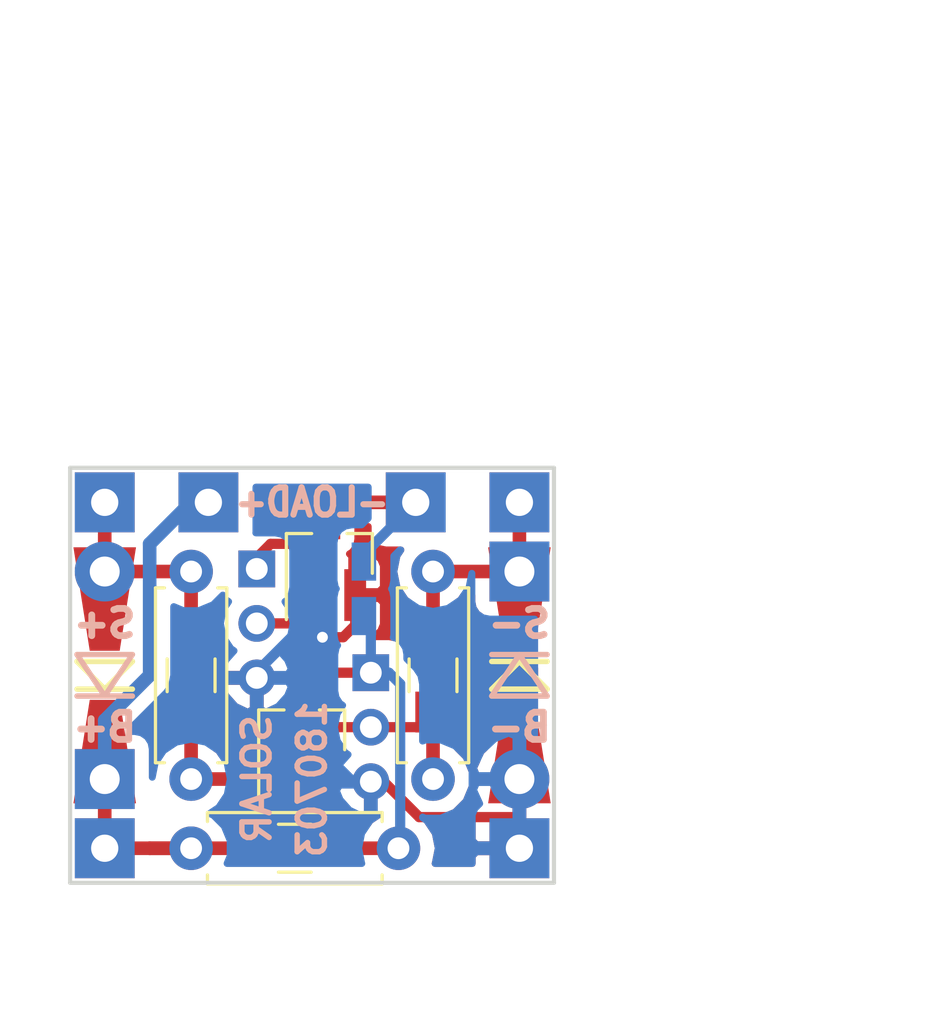
<source format=kicad_pcb>
(kicad_pcb (version 4) (host pcbnew 4.0.7)

  (general
    (links 33)
    (no_connects 0)
    (area 106.604999 90.094999 124.535001 105.485001)
    (thickness 1.6)
    (drawings 30)
    (tracks 75)
    (zones 0)
    (modules 21)
    (nets 8)
  )

  (page A4)
  (layers
    (0 F.Cu signal)
    (31 B.Cu signal)
    (32 B.Adhes user)
    (33 F.Adhes user)
    (34 B.Paste user hide)
    (35 F.Paste user hide)
    (36 B.SilkS user)
    (37 F.SilkS user)
    (38 B.Mask user hide)
    (39 F.Mask user hide)
    (40 Dwgs.User user)
    (41 Cmts.User user)
    (42 Eco1.User user)
    (43 Eco2.User user)
    (44 Edge.Cuts user)
    (45 Margin user)
    (46 B.CrtYd user hide)
    (47 F.CrtYd user hide)
    (48 B.Fab user hide)
    (49 F.Fab user hide)
  )

  (setup
    (last_trace_width 0.375)
    (user_trace_width 0.375)
    (user_trace_width 0.5)
    (trace_clearance 0.2)
    (zone_clearance 0.508)
    (zone_45_only no)
    (trace_min 0.2)
    (segment_width 0.2)
    (edge_width 0.15)
    (via_size 0.6)
    (via_drill 0.4)
    (via_min_size 0.4)
    (via_min_drill 0.3)
    (uvia_size 0.3)
    (uvia_drill 0.1)
    (uvias_allowed no)
    (uvia_min_size 0.2)
    (uvia_min_drill 0.1)
    (pcb_text_width 0.3)
    (pcb_text_size 1.5 1.5)
    (mod_edge_width 0.15)
    (mod_text_size 1 1)
    (mod_text_width 0.15)
    (pad_size 2.2 2.2)
    (pad_drill 1)
    (pad_to_mask_clearance 0.2)
    (aux_axis_origin 0 0)
    (visible_elements FFFEDF7F)
    (pcbplotparams
      (layerselection 0x00030_80000001)
      (usegerberextensions false)
      (excludeedgelayer true)
      (linewidth 0.100000)
      (plotframeref false)
      (viasonmask false)
      (mode 1)
      (useauxorigin false)
      (hpglpennumber 1)
      (hpglpenspeed 20)
      (hpglpendiameter 15)
      (hpglpenoverlay 2)
      (psnegative false)
      (psa4output false)
      (plotreference true)
      (plotvalue true)
      (plotinvisibletext false)
      (padsonsilk false)
      (subtractmaskfromsilk false)
      (outputformat 1)
      (mirror false)
      (drillshape 1)
      (scaleselection 1)
      (outputdirectory ""))
  )

  (net 0 "")
  (net 1 /BATTP)
  (net 2 /SOLARP)
  (net 3 /SOLARN)
  (net 4 GND)
  (net 5 /AMP)
  (net 6 /CTRL)
  (net 7 /LOADN)

  (net_class Default "This is the default net class."
    (clearance 0.2)
    (trace_width 0.25)
    (via_dia 0.6)
    (via_drill 0.4)
    (uvia_dia 0.3)
    (uvia_drill 0.1)
    (add_net /AMP)
    (add_net /BATTP)
    (add_net /CTRL)
    (add_net /LOADN)
    (add_net /SOLARN)
    (add_net /SOLARP)
    (add_net GND)
  )

  (module Diodes_SMD:D_SMA-SMB_Universal_Handsoldering (layer F.Cu) (tedit 5B3B9EEE) (tstamp 5B3B9088)
    (at 123.19 97.79 270)
    (descr "Diode, Universal, SMA (DO-214AC) or SMB (DO-214AA), Handsoldering,")
    (tags "Diode Universal SMA (DO-214AC) SMB (DO-214AA) Handsoldering ")
    (path /5B3BAED4)
    (attr smd)
    (fp_text reference D4 (at 0 -3 270) (layer F.SilkS) hide
      (effects (font (size 1 1) (thickness 0.15)))
    )
    (fp_text value DxSMD (at 0 3.1 270) (layer F.Fab)
      (effects (font (size 1 1) (thickness 0.15)))
    )
    (fp_text user %R (at 0 -3 270) (layer F.Fab)
      (effects (font (size 1 1) (thickness 0.15)))
    )
    (fp_line (start 2.3 1.5) (end -2.3 1.5) (layer F.Fab) (width 0.1))
    (fp_line (start -2.3 1.5) (end -2.3 -1.5) (layer F.Fab) (width 0.1))
    (fp_line (start 2.3 -1.5) (end 2.3 1.5) (layer F.Fab) (width 0.1))
    (fp_line (start 2.3 -1.5) (end -2.3 -1.5) (layer F.Fab) (width 0.1))
    (fp_line (start -4.95 -2.25) (end 4.95 -2.25) (layer F.CrtYd) (width 0.05))
    (fp_line (start 4.95 -2.25) (end 4.95 2.25) (layer F.CrtYd) (width 0.05))
    (fp_line (start 4.95 2.25) (end -4.95 2.25) (layer F.CrtYd) (width 0.05))
    (fp_line (start -4.95 2.25) (end -4.95 -2.25) (layer F.CrtYd) (width 0.05))
    (fp_line (start -0.64944 0.00102) (end -1.55114 0.00102) (layer F.Fab) (width 0.1))
    (fp_line (start 0.50118 0.00102) (end 1.4994 0.00102) (layer F.Fab) (width 0.1))
    (fp_line (start -0.64944 -0.79908) (end -0.64944 0.80112) (layer F.Fab) (width 0.1))
    (fp_line (start 0.50118 0.75032) (end 0.50118 -0.79908) (layer F.Fab) (width 0.1))
    (fp_line (start -0.64944 0.00102) (end 0.50118 0.75032) (layer F.Fab) (width 0.1))
    (fp_line (start -0.64944 0.00102) (end 0.50118 -0.79908) (layer F.Fab) (width 0.1))
    (pad 1 smd trapezoid (at -2.8 0 270) (size 3.8 1.7) (rect_delta 0.6 0 ) (layers F.Cu F.Paste F.Mask)
      (net 3 /SOLARN))
    (pad 2 smd trapezoid (at 2.8 0 90) (size 3.8 1.7) (rect_delta 0.6 0 ) (layers F.Cu F.Paste F.Mask)
      (net 4 GND))
    (model ${KISYS3DMOD}/Diodes_SMD.3dshapes/D_SMB.wrl
      (at (xyz 0 0 0))
      (scale (xyz 1 1 1))
      (rotate (xyz 0 0 0))
    )
  )

  (module Diodes_SMD:D_SMA-SMB_Universal_Handsoldering (layer F.Cu) (tedit 5B3B9EE7) (tstamp 5B3B9083)
    (at 107.95 97.79 90)
    (descr "Diode, Universal, SMA (DO-214AC) or SMB (DO-214AA), Handsoldering,")
    (tags "Diode Universal SMA (DO-214AC) SMB (DO-214AA) Handsoldering ")
    (path /5B3BB4D7)
    (attr smd)
    (fp_text reference D3 (at 0 -3 90) (layer F.SilkS) hide
      (effects (font (size 1 1) (thickness 0.15)))
    )
    (fp_text value DxSMD (at 0 3.1 90) (layer F.Fab)
      (effects (font (size 1 1) (thickness 0.15)))
    )
    (fp_text user %R (at 0 -3 90) (layer F.Fab)
      (effects (font (size 1 1) (thickness 0.15)))
    )
    (fp_line (start 2.3 1.5) (end -2.3 1.5) (layer F.Fab) (width 0.1))
    (fp_line (start -2.3 1.5) (end -2.3 -1.5) (layer F.Fab) (width 0.1))
    (fp_line (start 2.3 -1.5) (end 2.3 1.5) (layer F.Fab) (width 0.1))
    (fp_line (start 2.3 -1.5) (end -2.3 -1.5) (layer F.Fab) (width 0.1))
    (fp_line (start -4.95 -2.25) (end 4.95 -2.25) (layer F.CrtYd) (width 0.05))
    (fp_line (start 4.95 -2.25) (end 4.95 2.25) (layer F.CrtYd) (width 0.05))
    (fp_line (start 4.95 2.25) (end -4.95 2.25) (layer F.CrtYd) (width 0.05))
    (fp_line (start -4.95 2.25) (end -4.95 -2.25) (layer F.CrtYd) (width 0.05))
    (fp_line (start -0.64944 0.00102) (end -1.55114 0.00102) (layer F.Fab) (width 0.1))
    (fp_line (start 0.50118 0.00102) (end 1.4994 0.00102) (layer F.Fab) (width 0.1))
    (fp_line (start -0.64944 -0.79908) (end -0.64944 0.80112) (layer F.Fab) (width 0.1))
    (fp_line (start 0.50118 0.75032) (end 0.50118 -0.79908) (layer F.Fab) (width 0.1))
    (fp_line (start -0.64944 0.00102) (end 0.50118 0.75032) (layer F.Fab) (width 0.1))
    (fp_line (start -0.64944 0.00102) (end 0.50118 -0.79908) (layer F.Fab) (width 0.1))
    (pad 1 smd trapezoid (at -2.8 0 90) (size 3.8 1.7) (rect_delta 0.6 0 ) (layers F.Cu F.Paste F.Mask)
      (net 1 /BATTP))
    (pad 2 smd trapezoid (at 2.8 0 270) (size 3.8 1.7) (rect_delta 0.6 0 ) (layers F.Cu F.Paste F.Mask)
      (net 2 /SOLARP))
    (model ${KISYS3DMOD}/Diodes_SMD.3dshapes/D_SMB.wrl
      (at (xyz 0 0 0))
      (scale (xyz 1 1 1))
      (rotate (xyz 0 0 0))
    )
  )

  (module Diodes_ThroughHole:D_DO-41_SOD81_P7.62mm_Horizontal (layer F.Cu) (tedit 5B3B9EF1) (tstamp 5B3B88BF)
    (at 123.19 93.98 270)
    (descr "D, DO-41_SOD81 series, Axial, Horizontal, pin pitch=7.62mm, , length*diameter=5.2*2.7mm^2, , http://www.diodes.com/_files/packages/DO-41%20(Plastic).pdf")
    (tags "D DO-41_SOD81 series Axial Horizontal pin pitch 7.62mm  length 5.2mm diameter 2.7mm")
    (path /5B3B83FF)
    (fp_text reference D2 (at 3.81 -2.41 270) (layer F.SilkS) hide
      (effects (font (size 1 1) (thickness 0.15)))
    )
    (fp_text value 1N5817 (at 3.81 2.41 270) (layer F.Fab)
      (effects (font (size 1 1) (thickness 0.15)))
    )
    (fp_text user %R (at 3.81 0 270) (layer F.Fab)
      (effects (font (size 1 1) (thickness 0.15)))
    )
    (fp_line (start 1.21 -1.35) (end 1.21 1.35) (layer F.Fab) (width 0.1))
    (fp_line (start 1.21 1.35) (end 6.41 1.35) (layer F.Fab) (width 0.1))
    (fp_line (start 6.41 1.35) (end 6.41 -1.35) (layer F.Fab) (width 0.1))
    (fp_line (start 6.41 -1.35) (end 1.21 -1.35) (layer F.Fab) (width 0.1))
    (fp_line (start 0 0) (end 1.21 0) (layer F.Fab) (width 0.1))
    (fp_line (start 7.62 0) (end 6.41 0) (layer F.Fab) (width 0.1))
    (fp_line (start 1.99 -1.35) (end 1.99 1.35) (layer F.Fab) (width 0.1))
    (fp_line (start -1.35 -1.7) (end -1.35 1.7) (layer F.CrtYd) (width 0.05))
    (fp_line (start -1.35 1.7) (end 9 1.7) (layer F.CrtYd) (width 0.05))
    (fp_line (start 9 1.7) (end 9 -1.7) (layer F.CrtYd) (width 0.05))
    (fp_line (start 9 -1.7) (end -1.35 -1.7) (layer F.CrtYd) (width 0.05))
    (pad 1 thru_hole rect (at 0 0 270) (size 2.2 2.2) (drill 1.1) (layers *.Cu *.Mask)
      (net 3 /SOLARN))
    (pad 2 thru_hole oval (at 7.62 0 270) (size 2.2 2.2) (drill 1.1) (layers *.Cu *.Mask)
      (net 4 GND))
    (model ${KISYS3DMOD}/Diodes_THT.3dshapes/D_DO-41_SOD81_P7.62mm_Horizontal.wrl
      (at (xyz 0 0 0))
      (scale (xyz 0.393701 0.393701 0.393701))
      (rotate (xyz 0 0 0))
    )
  )

  (module Diodes_ThroughHole:D_DO-41_SOD81_P7.62mm_Horizontal (layer F.Cu) (tedit 5B3B9EEA) (tstamp 5B3B88B9)
    (at 107.95 101.6 90)
    (descr "D, DO-41_SOD81 series, Axial, Horizontal, pin pitch=7.62mm, , length*diameter=5.2*2.7mm^2, , http://www.diodes.com/_files/packages/DO-41%20(Plastic).pdf")
    (tags "D DO-41_SOD81 series Axial Horizontal pin pitch 7.62mm  length 5.2mm diameter 2.7mm")
    (path /5B3B82CB)
    (fp_text reference D1 (at 3.81 -2.41 90) (layer F.SilkS) hide
      (effects (font (size 1 1) (thickness 0.15)))
    )
    (fp_text value 1N5817 (at 3.81 2.41 90) (layer F.Fab)
      (effects (font (size 1 1) (thickness 0.15)))
    )
    (fp_text user %R (at 3.81 0 90) (layer F.Fab)
      (effects (font (size 1 1) (thickness 0.15)))
    )
    (fp_line (start 1.21 -1.35) (end 1.21 1.35) (layer F.Fab) (width 0.1))
    (fp_line (start 1.21 1.35) (end 6.41 1.35) (layer F.Fab) (width 0.1))
    (fp_line (start 6.41 1.35) (end 6.41 -1.35) (layer F.Fab) (width 0.1))
    (fp_line (start 6.41 -1.35) (end 1.21 -1.35) (layer F.Fab) (width 0.1))
    (fp_line (start 0 0) (end 1.21 0) (layer F.Fab) (width 0.1))
    (fp_line (start 7.62 0) (end 6.41 0) (layer F.Fab) (width 0.1))
    (fp_line (start 1.99 -1.35) (end 1.99 1.35) (layer F.Fab) (width 0.1))
    (fp_line (start -1.35 -1.7) (end -1.35 1.7) (layer F.CrtYd) (width 0.05))
    (fp_line (start -1.35 1.7) (end 9 1.7) (layer F.CrtYd) (width 0.05))
    (fp_line (start 9 1.7) (end 9 -1.7) (layer F.CrtYd) (width 0.05))
    (fp_line (start 9 -1.7) (end -1.35 -1.7) (layer F.CrtYd) (width 0.05))
    (pad 1 thru_hole rect (at 0 0 90) (size 2.2 2.2) (drill 1.1) (layers *.Cu *.Mask)
      (net 1 /BATTP))
    (pad 2 thru_hole oval (at 7.62 0 90) (size 2.2 2.2) (drill 1.1) (layers *.Cu *.Mask)
      (net 2 /SOLARP))
    (model ${KISYS3DMOD}/Diodes_THT.3dshapes/D_DO-41_SOD81_P7.62mm_Horizontal.wrl
      (at (xyz 0 0 0))
      (scale (xyz 0.393701 0.393701 0.393701))
      (rotate (xyz 0 0 0))
    )
  )

  (module Pin_Headers:Pin_Header_Straight_1x03_Pitch2.00mm (layer F.Cu) (tedit 5B3B9F19) (tstamp 5B3B88C6)
    (at 117.729 97.695)
    (descr "Through hole straight pin header, 1x03, 2.00mm pitch, single row")
    (tags "Through hole pin header THT 1x03 2.00mm single row")
    (path /5B3B8802)
    (fp_text reference J1 (at 0 -2.06) (layer F.SilkS) hide
      (effects (font (size 1 1) (thickness 0.15)))
    )
    (fp_text value Q1TO92 (at 0 6.06) (layer F.Fab)
      (effects (font (size 1 1) (thickness 0.15)))
    )
    (fp_line (start -0.5 -1) (end 1 -1) (layer F.Fab) (width 0.1))
    (fp_line (start 1 -1) (end 1 5) (layer F.Fab) (width 0.1))
    (fp_line (start 1 5) (end -1 5) (layer F.Fab) (width 0.1))
    (fp_line (start -1 5) (end -1 -0.5) (layer F.Fab) (width 0.1))
    (fp_line (start -1 -0.5) (end -0.5 -1) (layer F.Fab) (width 0.1))
    (fp_line (start -1.5 -1.5) (end -1.5 5.5) (layer F.CrtYd) (width 0.05))
    (fp_line (start -1.5 5.5) (end 1.5 5.5) (layer F.CrtYd) (width 0.05))
    (fp_line (start 1.5 5.5) (end 1.5 -1.5) (layer F.CrtYd) (width 0.05))
    (fp_line (start 1.5 -1.5) (end -1.5 -1.5) (layer F.CrtYd) (width 0.05))
    (fp_text user %R (at 0 2 90) (layer F.Fab)
      (effects (font (size 1 1) (thickness 0.15)))
    )
    (pad 1 thru_hole rect (at 0 0) (size 1.35 1.35) (drill 0.8) (layers *.Cu *.Mask)
      (net 5 /AMP))
    (pad 2 thru_hole oval (at 0 2) (size 1.35 1.35) (drill 0.8) (layers *.Cu *.Mask)
      (net 6 /CTRL))
    (pad 3 thru_hole oval (at 0 4) (size 1.35 1.35) (drill 0.8) (layers *.Cu *.Mask)
      (net 4 GND))
    (model ${KISYS3DMOD}/Pin_Headers.3dshapes/Pin_Header_Straight_1x03_Pitch2.00mm.wrl
      (at (xyz 0 0 0))
      (scale (xyz 1 1 1))
      (rotate (xyz 0 0 0))
    )
  )

  (module Pin_Headers:Pin_Header_Straight_1x03_Pitch2.00mm (layer F.Cu) (tedit 5B3B9F14) (tstamp 5B3B8FC6)
    (at 113.538 93.885)
    (descr "Through hole straight pin header, 1x03, 2.00mm pitch, single row")
    (tags "Through hole pin header THT 1x03 2.00mm single row")
    (path /5B3BA396)
    (fp_text reference J8 (at 0 -2.06) (layer F.SilkS) hide
      (effects (font (size 1 1) (thickness 0.15)))
    )
    (fp_text value Q2TO92 (at 0 6.06) (layer F.Fab)
      (effects (font (size 1 1) (thickness 0.15)))
    )
    (fp_line (start -0.5 -1) (end 1 -1) (layer F.Fab) (width 0.1))
    (fp_line (start 1 -1) (end 1 5) (layer F.Fab) (width 0.1))
    (fp_line (start 1 5) (end -1 5) (layer F.Fab) (width 0.1))
    (fp_line (start -1 5) (end -1 -0.5) (layer F.Fab) (width 0.1))
    (fp_line (start -1 -0.5) (end -0.5 -1) (layer F.Fab) (width 0.1))
    (fp_line (start -1.5 -1.5) (end -1.5 5.5) (layer F.CrtYd) (width 0.05))
    (fp_line (start -1.5 5.5) (end 1.5 5.5) (layer F.CrtYd) (width 0.05))
    (fp_line (start 1.5 5.5) (end 1.5 -1.5) (layer F.CrtYd) (width 0.05))
    (fp_line (start 1.5 -1.5) (end -1.5 -1.5) (layer F.CrtYd) (width 0.05))
    (fp_text user %R (at 0 2 90) (layer F.Fab)
      (effects (font (size 1 1) (thickness 0.15)))
    )
    (pad 1 thru_hole rect (at 0 0) (size 1.35 1.35) (drill 0.8) (layers *.Cu *.Mask)
      (net 7 /LOADN))
    (pad 2 thru_hole oval (at 0 2) (size 1.35 1.35) (drill 0.8) (layers *.Cu *.Mask)
      (net 5 /AMP))
    (pad 3 thru_hole oval (at 0 4) (size 1.35 1.35) (drill 0.8) (layers *.Cu *.Mask)
      (net 4 GND))
    (model ${KISYS3DMOD}/Pin_Headers.3dshapes/Pin_Header_Straight_1x03_Pitch2.00mm.wrl
      (at (xyz 0 0 0))
      (scale (xyz 1 1 1))
      (rotate (xyz 0 0 0))
    )
  )

  (module Pin_Headers:Pin_Header_Straight_1x01_Pitch2.54mm (layer F.Cu) (tedit 5B3B9F9B) (tstamp 5B3B88D0)
    (at 123.19 104.14)
    (descr "Through hole straight pin header, 1x01, 2.54mm pitch, single row")
    (tags "Through hole pin header THT 1x01 2.54mm single row")
    (path /5B3B937A)
    (fp_text reference J3 (at 0 -2.33) (layer F.SilkS) hide
      (effects (font (size 1 1) (thickness 0.15)))
    )
    (fp_text value Pad (at 0 2.33) (layer F.Fab)
      (effects (font (size 1 1) (thickness 0.15)))
    )
    (fp_line (start -0.635 -1.27) (end 1.27 -1.27) (layer F.Fab) (width 0.1))
    (fp_line (start 1.27 -1.27) (end 1.27 1.27) (layer F.Fab) (width 0.1))
    (fp_line (start 1.27 1.27) (end -1.27 1.27) (layer F.Fab) (width 0.1))
    (fp_line (start -1.27 1.27) (end -1.27 -0.635) (layer F.Fab) (width 0.1))
    (fp_line (start -1.27 -0.635) (end -0.635 -1.27) (layer F.Fab) (width 0.1))
    (fp_line (start -1.8 -1.8) (end -1.8 1.8) (layer F.CrtYd) (width 0.05))
    (fp_line (start -1.8 1.8) (end 1.8 1.8) (layer F.CrtYd) (width 0.05))
    (fp_line (start 1.8 1.8) (end 1.8 -1.8) (layer F.CrtYd) (width 0.05))
    (fp_line (start 1.8 -1.8) (end -1.8 -1.8) (layer F.CrtYd) (width 0.05))
    (fp_text user %R (at 0 0 90) (layer F.Fab)
      (effects (font (size 1 1) (thickness 0.15)))
    )
    (pad 1 thru_hole rect (at 0 0) (size 2.2 2.2) (drill 1) (layers *.Cu *.Mask)
      (net 4 GND))
    (model ${KISYS3DMOD}/Pin_Headers.3dshapes/Pin_Header_Straight_1x01_Pitch2.54mm.wrl
      (at (xyz 0 0 0))
      (scale (xyz 1 1 1))
      (rotate (xyz 0 0 0))
    )
  )

  (module Pin_Headers:Pin_Header_Straight_1x01_Pitch2.54mm (layer F.Cu) (tedit 5B3B9F90) (tstamp 5B3B88CB)
    (at 107.95 104.14)
    (descr "Through hole straight pin header, 1x01, 2.54mm pitch, single row")
    (tags "Through hole pin header THT 1x01 2.54mm single row")
    (path /5B3B90A8)
    (fp_text reference J2 (at 0 -2.33) (layer F.SilkS) hide
      (effects (font (size 1 1) (thickness 0.15)))
    )
    (fp_text value Pad (at 0 2.33) (layer F.Fab)
      (effects (font (size 1 1) (thickness 0.15)))
    )
    (fp_line (start -0.635 -1.27) (end 1.27 -1.27) (layer F.Fab) (width 0.1))
    (fp_line (start 1.27 -1.27) (end 1.27 1.27) (layer F.Fab) (width 0.1))
    (fp_line (start 1.27 1.27) (end -1.27 1.27) (layer F.Fab) (width 0.1))
    (fp_line (start -1.27 1.27) (end -1.27 -0.635) (layer F.Fab) (width 0.1))
    (fp_line (start -1.27 -0.635) (end -0.635 -1.27) (layer F.Fab) (width 0.1))
    (fp_line (start -1.8 -1.8) (end -1.8 1.8) (layer F.CrtYd) (width 0.05))
    (fp_line (start -1.8 1.8) (end 1.8 1.8) (layer F.CrtYd) (width 0.05))
    (fp_line (start 1.8 1.8) (end 1.8 -1.8) (layer F.CrtYd) (width 0.05))
    (fp_line (start 1.8 -1.8) (end -1.8 -1.8) (layer F.CrtYd) (width 0.05))
    (fp_text user %R (at 0 0 90) (layer F.Fab)
      (effects (font (size 1 1) (thickness 0.15)))
    )
    (pad 1 thru_hole rect (at 0 0) (size 2.2 2.2) (drill 1) (layers *.Cu *.Mask)
      (net 1 /BATTP))
    (model ${KISYS3DMOD}/Pin_Headers.3dshapes/Pin_Header_Straight_1x01_Pitch2.54mm.wrl
      (at (xyz 0 0 0))
      (scale (xyz 1 1 1))
      (rotate (xyz 0 0 0))
    )
  )

  (module Pin_Headers:Pin_Header_Straight_1x01_Pitch2.54mm (layer F.Cu) (tedit 5B3B9EE3) (tstamp 5B3B88E4)
    (at 123.19 91.44)
    (descr "Through hole straight pin header, 1x01, 2.54mm pitch, single row")
    (tags "Through hole pin header THT 1x01 2.54mm single row")
    (path /5B3B9661)
    (fp_text reference J7 (at 0 -2.33) (layer F.SilkS) hide
      (effects (font (size 1 1) (thickness 0.15)))
    )
    (fp_text value Pad (at 0 2.33) (layer F.Fab)
      (effects (font (size 1 1) (thickness 0.15)))
    )
    (fp_line (start -0.635 -1.27) (end 1.27 -1.27) (layer F.Fab) (width 0.1))
    (fp_line (start 1.27 -1.27) (end 1.27 1.27) (layer F.Fab) (width 0.1))
    (fp_line (start 1.27 1.27) (end -1.27 1.27) (layer F.Fab) (width 0.1))
    (fp_line (start -1.27 1.27) (end -1.27 -0.635) (layer F.Fab) (width 0.1))
    (fp_line (start -1.27 -0.635) (end -0.635 -1.27) (layer F.Fab) (width 0.1))
    (fp_line (start -1.8 -1.8) (end -1.8 1.8) (layer F.CrtYd) (width 0.05))
    (fp_line (start -1.8 1.8) (end 1.8 1.8) (layer F.CrtYd) (width 0.05))
    (fp_line (start 1.8 1.8) (end 1.8 -1.8) (layer F.CrtYd) (width 0.05))
    (fp_line (start 1.8 -1.8) (end -1.8 -1.8) (layer F.CrtYd) (width 0.05))
    (fp_text user %R (at 0 0 90) (layer F.Fab)
      (effects (font (size 1 1) (thickness 0.15)))
    )
    (pad 1 thru_hole rect (at 0 0) (size 2.2 2.2) (drill 1) (layers *.Cu *.Mask)
      (net 3 /SOLARN))
    (model ${KISYS3DMOD}/Pin_Headers.3dshapes/Pin_Header_Straight_1x01_Pitch2.54mm.wrl
      (at (xyz 0 0 0))
      (scale (xyz 1 1 1))
      (rotate (xyz 0 0 0))
    )
  )

  (module Pin_Headers:Pin_Header_Straight_1x01_Pitch2.54mm (layer F.Cu) (tedit 5B3B9EDE) (tstamp 5B3B88DF)
    (at 119.38 91.44)
    (descr "Through hole straight pin header, 1x01, 2.54mm pitch, single row")
    (tags "Through hole pin header THT 1x01 2.54mm single row")
    (path /5B3B9E90)
    (fp_text reference J6 (at 0 -2.33) (layer F.SilkS) hide
      (effects (font (size 1 1) (thickness 0.15)))
    )
    (fp_text value Pad (at 0 2.33) (layer F.Fab)
      (effects (font (size 1 1) (thickness 0.15)))
    )
    (fp_line (start -0.635 -1.27) (end 1.27 -1.27) (layer F.Fab) (width 0.1))
    (fp_line (start 1.27 -1.27) (end 1.27 1.27) (layer F.Fab) (width 0.1))
    (fp_line (start 1.27 1.27) (end -1.27 1.27) (layer F.Fab) (width 0.1))
    (fp_line (start -1.27 1.27) (end -1.27 -0.635) (layer F.Fab) (width 0.1))
    (fp_line (start -1.27 -0.635) (end -0.635 -1.27) (layer F.Fab) (width 0.1))
    (fp_line (start -1.8 -1.8) (end -1.8 1.8) (layer F.CrtYd) (width 0.05))
    (fp_line (start -1.8 1.8) (end 1.8 1.8) (layer F.CrtYd) (width 0.05))
    (fp_line (start 1.8 1.8) (end 1.8 -1.8) (layer F.CrtYd) (width 0.05))
    (fp_line (start 1.8 -1.8) (end -1.8 -1.8) (layer F.CrtYd) (width 0.05))
    (fp_text user %R (at 0 0 90) (layer F.Fab)
      (effects (font (size 1 1) (thickness 0.15)))
    )
    (pad 1 thru_hole rect (at 0 0) (size 2.2 2.2) (drill 1) (layers *.Cu *.Mask)
      (net 7 /LOADN))
    (model ${KISYS3DMOD}/Pin_Headers.3dshapes/Pin_Header_Straight_1x01_Pitch2.54mm.wrl
      (at (xyz 0 0 0))
      (scale (xyz 1 1 1))
      (rotate (xyz 0 0 0))
    )
  )

  (module Pin_Headers:Pin_Header_Straight_1x01_Pitch2.54mm (layer F.Cu) (tedit 5B3B9EDB) (tstamp 5B3B88DA)
    (at 111.76 91.44)
    (descr "Through hole straight pin header, 1x01, 2.54mm pitch, single row")
    (tags "Through hole pin header THT 1x01 2.54mm single row")
    (path /5B3B97D7)
    (fp_text reference J5 (at 0 -2.33) (layer F.SilkS) hide
      (effects (font (size 1 1) (thickness 0.15)))
    )
    (fp_text value Pad (at 0 2.33) (layer F.Fab)
      (effects (font (size 1 1) (thickness 0.15)))
    )
    (fp_line (start -0.635 -1.27) (end 1.27 -1.27) (layer F.Fab) (width 0.1))
    (fp_line (start 1.27 -1.27) (end 1.27 1.27) (layer F.Fab) (width 0.1))
    (fp_line (start 1.27 1.27) (end -1.27 1.27) (layer F.Fab) (width 0.1))
    (fp_line (start -1.27 1.27) (end -1.27 -0.635) (layer F.Fab) (width 0.1))
    (fp_line (start -1.27 -0.635) (end -0.635 -1.27) (layer F.Fab) (width 0.1))
    (fp_line (start -1.8 -1.8) (end -1.8 1.8) (layer F.CrtYd) (width 0.05))
    (fp_line (start -1.8 1.8) (end 1.8 1.8) (layer F.CrtYd) (width 0.05))
    (fp_line (start 1.8 1.8) (end 1.8 -1.8) (layer F.CrtYd) (width 0.05))
    (fp_line (start 1.8 -1.8) (end -1.8 -1.8) (layer F.CrtYd) (width 0.05))
    (fp_text user %R (at 0 0 90) (layer F.Fab)
      (effects (font (size 1 1) (thickness 0.15)))
    )
    (pad 1 thru_hole rect (at 0 0) (size 2.2 2.2) (drill 1) (layers *.Cu *.Mask)
      (net 1 /BATTP))
    (model ${KISYS3DMOD}/Pin_Headers.3dshapes/Pin_Header_Straight_1x01_Pitch2.54mm.wrl
      (at (xyz 0 0 0))
      (scale (xyz 1 1 1))
      (rotate (xyz 0 0 0))
    )
  )

  (module Resistors_SMD:R_0603_HandSoldering (layer B.Cu) (tedit 5B3B9FA7) (tstamp 5B3B8FC7)
    (at 117.475 94.615 270)
    (descr "Resistor SMD 0603, hand soldering")
    (tags "resistor 0603")
    (path /5B3B8CA0)
    (attr smd)
    (fp_text reference JP1 (at 0 1.7 270) (layer B.SilkS) hide
      (effects (font (size 1 1) (thickness 0.15)) (justify mirror))
    )
    (fp_text value - (at 0 -1.55 270) (layer B.Fab)
      (effects (font (size 1 1) (thickness 0.15)) (justify mirror))
    )
    (fp_text user %R (at 0 0 270) (layer B.Fab)
      (effects (font (size 0.4 0.4) (thickness 0.075)) (justify mirror))
    )
    (fp_line (start -0.8 -0.4) (end -0.8 0.4) (layer B.Fab) (width 0.1))
    (fp_line (start 0.8 -0.4) (end -0.8 -0.4) (layer B.Fab) (width 0.1))
    (fp_line (start 0.8 0.4) (end 0.8 -0.4) (layer B.Fab) (width 0.1))
    (fp_line (start -0.8 0.4) (end 0.8 0.4) (layer B.Fab) (width 0.1))
    (fp_line (start -1.96 0.7) (end 1.95 0.7) (layer B.CrtYd) (width 0.05))
    (fp_line (start -1.96 0.7) (end -1.96 -0.7) (layer B.CrtYd) (width 0.05))
    (fp_line (start 1.95 -0.7) (end 1.95 0.7) (layer B.CrtYd) (width 0.05))
    (fp_line (start 1.95 -0.7) (end -1.96 -0.7) (layer B.CrtYd) (width 0.05))
    (pad 1 smd rect (at -1 0 270) (size 1.4 0.9) (layers B.Cu B.Paste B.Mask)
      (net 7 /LOADN))
    (pad 2 smd rect (at 1 0 270) (size 1.4 0.9) (layers B.Cu B.Paste B.Mask)
      (net 5 /AMP))
    (model ${KISYS3DMOD}/Resistors_SMD.3dshapes/R_0603.wrl
      (at (xyz 0 0 0))
      (scale (xyz 1 1 1))
      (rotate (xyz 0 0 0))
    )
  )

  (module Pin_Headers:Pin_Header_Straight_1x01_Pitch2.54mm (layer F.Cu) (tedit 5B3B9ED6) (tstamp 5B3B88D5)
    (at 107.95 91.44)
    (descr "Through hole straight pin header, 1x01, 2.54mm pitch, single row")
    (tags "Through hole pin header THT 1x01 2.54mm single row")
    (path /5B3B9553)
    (fp_text reference J4 (at 0 -2.33) (layer F.SilkS) hide
      (effects (font (size 1 1) (thickness 0.15)))
    )
    (fp_text value Pad (at 0 2.33) (layer F.Fab)
      (effects (font (size 1 1) (thickness 0.15)))
    )
    (fp_line (start -0.635 -1.27) (end 1.27 -1.27) (layer F.Fab) (width 0.1))
    (fp_line (start 1.27 -1.27) (end 1.27 1.27) (layer F.Fab) (width 0.1))
    (fp_line (start 1.27 1.27) (end -1.27 1.27) (layer F.Fab) (width 0.1))
    (fp_line (start -1.27 1.27) (end -1.27 -0.635) (layer F.Fab) (width 0.1))
    (fp_line (start -1.27 -0.635) (end -0.635 -1.27) (layer F.Fab) (width 0.1))
    (fp_line (start -1.8 -1.8) (end -1.8 1.8) (layer F.CrtYd) (width 0.05))
    (fp_line (start -1.8 1.8) (end 1.8 1.8) (layer F.CrtYd) (width 0.05))
    (fp_line (start 1.8 1.8) (end 1.8 -1.8) (layer F.CrtYd) (width 0.05))
    (fp_line (start 1.8 -1.8) (end -1.8 -1.8) (layer F.CrtYd) (width 0.05))
    (fp_text user %R (at 0 0 90) (layer F.Fab)
      (effects (font (size 1 1) (thickness 0.15)))
    )
    (pad 1 thru_hole rect (at 0 0) (size 2.2 2.2) (drill 1) (layers *.Cu *.Mask)
      (net 2 /SOLARP))
    (model ${KISYS3DMOD}/Pin_Headers.3dshapes/Pin_Header_Straight_1x01_Pitch2.54mm.wrl
      (at (xyz 0 0 0))
      (scale (xyz 1 1 1))
      (rotate (xyz 0 0 0))
    )
  )

  (module TO_SOT_Packages_SMD:SOT-23_Handsoldering (layer F.Cu) (tedit 5B3B9EFC) (tstamp 5B3B88F1)
    (at 115.189 99.822 90)
    (descr "SOT-23, Handsoldering")
    (tags SOT-23)
    (path /5B3B7F3A)
    (attr smd)
    (fp_text reference Q1 (at 0 -2.5 90) (layer F.SilkS) hide
      (effects (font (size 1 1) (thickness 0.15)))
    )
    (fp_text value AO3400 (at 0 2.5 90) (layer F.Fab)
      (effects (font (size 1 1) (thickness 0.15)))
    )
    (fp_text user %R (at 0 0 180) (layer F.Fab)
      (effects (font (size 0.5 0.5) (thickness 0.075)))
    )
    (fp_line (start 0.76 1.58) (end 0.76 0.65) (layer F.SilkS) (width 0.12))
    (fp_line (start 0.76 -1.58) (end 0.76 -0.65) (layer F.SilkS) (width 0.12))
    (fp_line (start -2.7 -1.75) (end 2.7 -1.75) (layer F.CrtYd) (width 0.05))
    (fp_line (start 2.7 -1.75) (end 2.7 1.75) (layer F.CrtYd) (width 0.05))
    (fp_line (start 2.7 1.75) (end -2.7 1.75) (layer F.CrtYd) (width 0.05))
    (fp_line (start -2.7 1.75) (end -2.7 -1.75) (layer F.CrtYd) (width 0.05))
    (fp_line (start 0.76 -1.58) (end -2.4 -1.58) (layer F.SilkS) (width 0.12))
    (fp_line (start -0.7 -0.95) (end -0.7 1.5) (layer F.Fab) (width 0.1))
    (fp_line (start -0.15 -1.52) (end 0.7 -1.52) (layer F.Fab) (width 0.1))
    (fp_line (start -0.7 -0.95) (end -0.15 -1.52) (layer F.Fab) (width 0.1))
    (fp_line (start 0.7 -1.52) (end 0.7 1.52) (layer F.Fab) (width 0.1))
    (fp_line (start -0.7 1.52) (end 0.7 1.52) (layer F.Fab) (width 0.1))
    (fp_line (start 0.76 1.58) (end -0.7 1.58) (layer F.SilkS) (width 0.12))
    (pad 1 smd rect (at -1.5 -0.95 90) (size 1.9 0.8) (layers F.Cu F.Paste F.Mask)
      (net 6 /CTRL))
    (pad 2 smd rect (at -1.5 0.95 90) (size 1.9 0.8) (layers F.Cu F.Paste F.Mask)
      (net 4 GND))
    (pad 3 smd rect (at 1.5 0 90) (size 1.9 0.8) (layers F.Cu F.Paste F.Mask)
      (net 5 /AMP))
    (model ${KISYS3DMOD}/TO_SOT_Packages_SMD.3dshapes\SOT-23.wrl
      (at (xyz 0 0 0))
      (scale (xyz 1 1 1))
      (rotate (xyz 0 0 0))
    )
  )

  (module TO_SOT_Packages_SMD:SOT-23_Handsoldering (layer F.Cu) (tedit 5B3B9F11) (tstamp 5B3B88F8)
    (at 116.205 93.345 90)
    (descr "SOT-23, Handsoldering")
    (tags SOT-23)
    (path /5B3B7FC8)
    (attr smd)
    (fp_text reference Q2 (at 0 -2.5 90) (layer F.SilkS) hide
      (effects (font (size 1 1) (thickness 0.15)))
    )
    (fp_text value AO3400 (at 0 2.5 90) (layer F.Fab)
      (effects (font (size 1 1) (thickness 0.15)))
    )
    (fp_text user %R (at 0 0 180) (layer F.Fab)
      (effects (font (size 0.5 0.5) (thickness 0.075)))
    )
    (fp_line (start 0.76 1.58) (end 0.76 0.65) (layer F.SilkS) (width 0.12))
    (fp_line (start 0.76 -1.58) (end 0.76 -0.65) (layer F.SilkS) (width 0.12))
    (fp_line (start -2.7 -1.75) (end 2.7 -1.75) (layer F.CrtYd) (width 0.05))
    (fp_line (start 2.7 -1.75) (end 2.7 1.75) (layer F.CrtYd) (width 0.05))
    (fp_line (start 2.7 1.75) (end -2.7 1.75) (layer F.CrtYd) (width 0.05))
    (fp_line (start -2.7 1.75) (end -2.7 -1.75) (layer F.CrtYd) (width 0.05))
    (fp_line (start 0.76 -1.58) (end -2.4 -1.58) (layer F.SilkS) (width 0.12))
    (fp_line (start -0.7 -0.95) (end -0.7 1.5) (layer F.Fab) (width 0.1))
    (fp_line (start -0.15 -1.52) (end 0.7 -1.52) (layer F.Fab) (width 0.1))
    (fp_line (start -0.7 -0.95) (end -0.15 -1.52) (layer F.Fab) (width 0.1))
    (fp_line (start 0.7 -1.52) (end 0.7 1.52) (layer F.Fab) (width 0.1))
    (fp_line (start -0.7 1.52) (end 0.7 1.52) (layer F.Fab) (width 0.1))
    (fp_line (start 0.76 1.58) (end -0.7 1.58) (layer F.SilkS) (width 0.12))
    (pad 1 smd rect (at -1.5 -0.95 90) (size 1.9 0.8) (layers F.Cu F.Paste F.Mask)
      (net 5 /AMP))
    (pad 2 smd rect (at -1.5 0.95 90) (size 1.9 0.8) (layers F.Cu F.Paste F.Mask)
      (net 4 GND))
    (pad 3 smd rect (at 1.5 0 90) (size 1.9 0.8) (layers F.Cu F.Paste F.Mask)
      (net 7 /LOADN))
    (model ${KISYS3DMOD}/TO_SOT_Packages_SMD.3dshapes\SOT-23.wrl
      (at (xyz 0 0 0))
      (scale (xyz 1 1 1))
      (rotate (xyz 0 0 0))
    )
  )

  (module Resistors_ThroughHole:R_Axial_DIN0207_L6.3mm_D2.5mm_P7.62mm_Horizontal (layer F.Cu) (tedit 5B3B9F03) (tstamp 5B3B89CD)
    (at 111.125 93.98 270)
    (descr "Resistor, Axial_DIN0207 series, Axial, Horizontal, pin pitch=7.62mm, 0.25W = 1/4W, length*diameter=6.3*2.5mm^2, http://cdn-reichelt.de/documents/datenblatt/B400/1_4W%23YAG.pdf")
    (tags "Resistor Axial_DIN0207 series Axial Horizontal pin pitch 7.62mm 0.25W = 1/4W length 6.3mm diameter 2.5mm")
    (path /5B3B84EB)
    (fp_text reference R1 (at 3.81 -2.31 270) (layer F.SilkS) hide
      (effects (font (size 1 1) (thickness 0.15)))
    )
    (fp_text value - (at 3.81 2.31 270) (layer F.Fab)
      (effects (font (size 1 1) (thickness 0.15)))
    )
    (fp_line (start 0.66 -1.25) (end 0.66 1.25) (layer F.Fab) (width 0.1))
    (fp_line (start 0.66 1.25) (end 6.96 1.25) (layer F.Fab) (width 0.1))
    (fp_line (start 6.96 1.25) (end 6.96 -1.25) (layer F.Fab) (width 0.1))
    (fp_line (start 6.96 -1.25) (end 0.66 -1.25) (layer F.Fab) (width 0.1))
    (fp_line (start 0 0) (end 0.66 0) (layer F.Fab) (width 0.1))
    (fp_line (start 7.62 0) (end 6.96 0) (layer F.Fab) (width 0.1))
    (fp_line (start 0.6 -0.98) (end 0.6 -1.31) (layer F.SilkS) (width 0.12))
    (fp_line (start 0.6 -1.31) (end 7.02 -1.31) (layer F.SilkS) (width 0.12))
    (fp_line (start 7.02 -1.31) (end 7.02 -0.98) (layer F.SilkS) (width 0.12))
    (fp_line (start 0.6 0.98) (end 0.6 1.31) (layer F.SilkS) (width 0.12))
    (fp_line (start 0.6 1.31) (end 7.02 1.31) (layer F.SilkS) (width 0.12))
    (fp_line (start 7.02 1.31) (end 7.02 0.98) (layer F.SilkS) (width 0.12))
    (fp_line (start -1.05 -1.6) (end -1.05 1.6) (layer F.CrtYd) (width 0.05))
    (fp_line (start -1.05 1.6) (end 8.7 1.6) (layer F.CrtYd) (width 0.05))
    (fp_line (start 8.7 1.6) (end 8.7 -1.6) (layer F.CrtYd) (width 0.05))
    (fp_line (start 8.7 -1.6) (end -1.05 -1.6) (layer F.CrtYd) (width 0.05))
    (pad 1 thru_hole circle (at 0 0 270) (size 1.6 1.6) (drill 0.8) (layers *.Cu *.Mask)
      (net 2 /SOLARP))
    (pad 2 thru_hole oval (at 7.62 0 270) (size 1.6 1.6) (drill 0.8) (layers *.Cu *.Mask)
      (net 6 /CTRL))
    (model ${KISYS3DMOD}/Resistors_THT.3dshapes/R_Axial_DIN0207_L6.3mm_D2.5mm_P7.62mm_Horizontal.wrl
      (at (xyz 0 0 0))
      (scale (xyz 0.393701 0.393701 0.393701))
      (rotate (xyz 0 0 0))
    )
  )

  (module Resistors_ThroughHole:R_Axial_DIN0207_L6.3mm_D2.5mm_P7.62mm_Horizontal (layer F.Cu) (tedit 5B3B9F0A) (tstamp 5B3B89D2)
    (at 120.015 101.6 90)
    (descr "Resistor, Axial_DIN0207 series, Axial, Horizontal, pin pitch=7.62mm, 0.25W = 1/4W, length*diameter=6.3*2.5mm^2, http://cdn-reichelt.de/documents/datenblatt/B400/1_4W%23YAG.pdf")
    (tags "Resistor Axial_DIN0207 series Axial Horizontal pin pitch 7.62mm 0.25W = 1/4W length 6.3mm diameter 2.5mm")
    (path /5B3B8563)
    (fp_text reference R2 (at 3.81 -2.31 90) (layer F.SilkS) hide
      (effects (font (size 1 1) (thickness 0.15)))
    )
    (fp_text value - (at 3.81 2.31 90) (layer F.Fab)
      (effects (font (size 1 1) (thickness 0.15)))
    )
    (fp_line (start 0.66 -1.25) (end 0.66 1.25) (layer F.Fab) (width 0.1))
    (fp_line (start 0.66 1.25) (end 6.96 1.25) (layer F.Fab) (width 0.1))
    (fp_line (start 6.96 1.25) (end 6.96 -1.25) (layer F.Fab) (width 0.1))
    (fp_line (start 6.96 -1.25) (end 0.66 -1.25) (layer F.Fab) (width 0.1))
    (fp_line (start 0 0) (end 0.66 0) (layer F.Fab) (width 0.1))
    (fp_line (start 7.62 0) (end 6.96 0) (layer F.Fab) (width 0.1))
    (fp_line (start 0.6 -0.98) (end 0.6 -1.31) (layer F.SilkS) (width 0.12))
    (fp_line (start 0.6 -1.31) (end 7.02 -1.31) (layer F.SilkS) (width 0.12))
    (fp_line (start 7.02 -1.31) (end 7.02 -0.98) (layer F.SilkS) (width 0.12))
    (fp_line (start 0.6 0.98) (end 0.6 1.31) (layer F.SilkS) (width 0.12))
    (fp_line (start 0.6 1.31) (end 7.02 1.31) (layer F.SilkS) (width 0.12))
    (fp_line (start 7.02 1.31) (end 7.02 0.98) (layer F.SilkS) (width 0.12))
    (fp_line (start -1.05 -1.6) (end -1.05 1.6) (layer F.CrtYd) (width 0.05))
    (fp_line (start -1.05 1.6) (end 8.7 1.6) (layer F.CrtYd) (width 0.05))
    (fp_line (start 8.7 1.6) (end 8.7 -1.6) (layer F.CrtYd) (width 0.05))
    (fp_line (start 8.7 -1.6) (end -1.05 -1.6) (layer F.CrtYd) (width 0.05))
    (pad 1 thru_hole circle (at 0 0 90) (size 1.6 1.6) (drill 0.8) (layers *.Cu *.Mask)
      (net 6 /CTRL))
    (pad 2 thru_hole oval (at 7.62 0 90) (size 1.6 1.6) (drill 0.8) (layers *.Cu *.Mask)
      (net 3 /SOLARN))
    (model ${KISYS3DMOD}/Resistors_THT.3dshapes/R_Axial_DIN0207_L6.3mm_D2.5mm_P7.62mm_Horizontal.wrl
      (at (xyz 0 0 0))
      (scale (xyz 0.393701 0.393701 0.393701))
      (rotate (xyz 0 0 0))
    )
  )

  (module Resistors_ThroughHole:R_Axial_DIN0207_L6.3mm_D2.5mm_P7.62mm_Horizontal (layer F.Cu) (tedit 5B3B9EF6) (tstamp 5B3B89D7)
    (at 111.125 104.14)
    (descr "Resistor, Axial_DIN0207 series, Axial, Horizontal, pin pitch=7.62mm, 0.25W = 1/4W, length*diameter=6.3*2.5mm^2, http://cdn-reichelt.de/documents/datenblatt/B400/1_4W%23YAG.pdf")
    (tags "Resistor Axial_DIN0207 series Axial Horizontal pin pitch 7.62mm 0.25W = 1/4W length 6.3mm diameter 2.5mm")
    (path /5B3B80D3)
    (fp_text reference R3 (at 3.81 -2.31) (layer F.SilkS) hide
      (effects (font (size 1 1) (thickness 0.15)))
    )
    (fp_text value 470k/Z (at 3.81 2.31) (layer F.Fab)
      (effects (font (size 1 1) (thickness 0.15)))
    )
    (fp_line (start 0.66 -1.25) (end 0.66 1.25) (layer F.Fab) (width 0.1))
    (fp_line (start 0.66 1.25) (end 6.96 1.25) (layer F.Fab) (width 0.1))
    (fp_line (start 6.96 1.25) (end 6.96 -1.25) (layer F.Fab) (width 0.1))
    (fp_line (start 6.96 -1.25) (end 0.66 -1.25) (layer F.Fab) (width 0.1))
    (fp_line (start 0 0) (end 0.66 0) (layer F.Fab) (width 0.1))
    (fp_line (start 7.62 0) (end 6.96 0) (layer F.Fab) (width 0.1))
    (fp_line (start 0.6 -0.98) (end 0.6 -1.31) (layer F.SilkS) (width 0.12))
    (fp_line (start 0.6 -1.31) (end 7.02 -1.31) (layer F.SilkS) (width 0.12))
    (fp_line (start 7.02 -1.31) (end 7.02 -0.98) (layer F.SilkS) (width 0.12))
    (fp_line (start 0.6 0.98) (end 0.6 1.31) (layer F.SilkS) (width 0.12))
    (fp_line (start 0.6 1.31) (end 7.02 1.31) (layer F.SilkS) (width 0.12))
    (fp_line (start 7.02 1.31) (end 7.02 0.98) (layer F.SilkS) (width 0.12))
    (fp_line (start -1.05 -1.6) (end -1.05 1.6) (layer F.CrtYd) (width 0.05))
    (fp_line (start -1.05 1.6) (end 8.7 1.6) (layer F.CrtYd) (width 0.05))
    (fp_line (start 8.7 1.6) (end 8.7 -1.6) (layer F.CrtYd) (width 0.05))
    (fp_line (start 8.7 -1.6) (end -1.05 -1.6) (layer F.CrtYd) (width 0.05))
    (pad 1 thru_hole circle (at 0 0) (size 1.6 1.6) (drill 0.8) (layers *.Cu *.Mask)
      (net 1 /BATTP))
    (pad 2 thru_hole oval (at 7.62 0) (size 1.6 1.6) (drill 0.8) (layers *.Cu *.Mask)
      (net 5 /AMP))
    (model ${KISYS3DMOD}/Resistors_THT.3dshapes/R_Axial_DIN0207_L6.3mm_D2.5mm_P7.62mm_Horizontal.wrl
      (at (xyz 0 0 0))
      (scale (xyz 0.393701 0.393701 0.393701))
      (rotate (xyz 0 0 0))
    )
  )

  (module Resistors_SMD:R_0805_HandSoldering (layer F.Cu) (tedit 5B3B9EFF) (tstamp 5B3B8FD1)
    (at 111.125 97.79 270)
    (descr "Resistor SMD 0805, hand soldering")
    (tags "resistor 0805")
    (path /5B3BA64C)
    (attr smd)
    (fp_text reference R4 (at 0 -1.7 270) (layer F.SilkS) hide
      (effects (font (size 1 1) (thickness 0.15)))
    )
    (fp_text value RxSMD (at 0 1.75 270) (layer F.Fab)
      (effects (font (size 1 1) (thickness 0.15)))
    )
    (fp_text user %R (at 0 0 270) (layer F.Fab)
      (effects (font (size 0.5 0.5) (thickness 0.075)))
    )
    (fp_line (start -1 0.62) (end -1 -0.62) (layer F.Fab) (width 0.1))
    (fp_line (start 1 0.62) (end -1 0.62) (layer F.Fab) (width 0.1))
    (fp_line (start 1 -0.62) (end 1 0.62) (layer F.Fab) (width 0.1))
    (fp_line (start -1 -0.62) (end 1 -0.62) (layer F.Fab) (width 0.1))
    (fp_line (start 0.6 0.88) (end -0.6 0.88) (layer F.SilkS) (width 0.12))
    (fp_line (start -0.6 -0.88) (end 0.6 -0.88) (layer F.SilkS) (width 0.12))
    (fp_line (start -2.35 -0.9) (end 2.35 -0.9) (layer F.CrtYd) (width 0.05))
    (fp_line (start -2.35 -0.9) (end -2.35 0.9) (layer F.CrtYd) (width 0.05))
    (fp_line (start 2.35 0.9) (end 2.35 -0.9) (layer F.CrtYd) (width 0.05))
    (fp_line (start 2.35 0.9) (end -2.35 0.9) (layer F.CrtYd) (width 0.05))
    (pad 1 smd rect (at -1.35 0 270) (size 1.5 1.3) (layers F.Cu F.Paste F.Mask)
      (net 2 /SOLARP))
    (pad 2 smd rect (at 1.35 0 270) (size 1.5 1.3) (layers F.Cu F.Paste F.Mask)
      (net 6 /CTRL))
    (model ${KISYS3DMOD}/Resistors_SMD.3dshapes/R_0805.wrl
      (at (xyz 0 0 0))
      (scale (xyz 1 1 1))
      (rotate (xyz 0 0 0))
    )
  )

  (module Resistors_SMD:R_0805_HandSoldering (layer F.Cu) (tedit 5B3B9F0D) (tstamp 5B3B8FD7)
    (at 120.015 97.79 90)
    (descr "Resistor SMD 0805, hand soldering")
    (tags "resistor 0805")
    (path /5B3BA9CD)
    (attr smd)
    (fp_text reference R5 (at 0 -1.7 90) (layer F.SilkS) hide
      (effects (font (size 1 1) (thickness 0.15)))
    )
    (fp_text value RxSMD (at 0 1.75 90) (layer F.Fab)
      (effects (font (size 1 1) (thickness 0.15)))
    )
    (fp_text user %R (at 0 0 90) (layer F.Fab)
      (effects (font (size 0.5 0.5) (thickness 0.075)))
    )
    (fp_line (start -1 0.62) (end -1 -0.62) (layer F.Fab) (width 0.1))
    (fp_line (start 1 0.62) (end -1 0.62) (layer F.Fab) (width 0.1))
    (fp_line (start 1 -0.62) (end 1 0.62) (layer F.Fab) (width 0.1))
    (fp_line (start -1 -0.62) (end 1 -0.62) (layer F.Fab) (width 0.1))
    (fp_line (start 0.6 0.88) (end -0.6 0.88) (layer F.SilkS) (width 0.12))
    (fp_line (start -0.6 -0.88) (end 0.6 -0.88) (layer F.SilkS) (width 0.12))
    (fp_line (start -2.35 -0.9) (end 2.35 -0.9) (layer F.CrtYd) (width 0.05))
    (fp_line (start -2.35 -0.9) (end -2.35 0.9) (layer F.CrtYd) (width 0.05))
    (fp_line (start 2.35 0.9) (end 2.35 -0.9) (layer F.CrtYd) (width 0.05))
    (fp_line (start 2.35 0.9) (end -2.35 0.9) (layer F.CrtYd) (width 0.05))
    (pad 1 smd rect (at -1.35 0 90) (size 1.5 1.3) (layers F.Cu F.Paste F.Mask)
      (net 6 /CTRL))
    (pad 2 smd rect (at 1.35 0 90) (size 1.5 1.3) (layers F.Cu F.Paste F.Mask)
      (net 3 /SOLARN))
    (model ${KISYS3DMOD}/Resistors_SMD.3dshapes/R_0805.wrl
      (at (xyz 0 0 0))
      (scale (xyz 1 1 1))
      (rotate (xyz 0 0 0))
    )
  )

  (module Resistors_SMD:R_0805_HandSoldering (layer F.Cu) (tedit 5B3B9EF8) (tstamp 5B3B8FDD)
    (at 114.935 104.14)
    (descr "Resistor SMD 0805, hand soldering")
    (tags "resistor 0805")
    (path /5B3BAC1E)
    (attr smd)
    (fp_text reference R6 (at 0 -1.7) (layer F.SilkS) hide
      (effects (font (size 1 1) (thickness 0.15)))
    )
    (fp_text value RxSMD (at 0 1.75) (layer F.Fab)
      (effects (font (size 1 1) (thickness 0.15)))
    )
    (fp_text user %R (at 0 0) (layer F.Fab)
      (effects (font (size 0.5 0.5) (thickness 0.075)))
    )
    (fp_line (start -1 0.62) (end -1 -0.62) (layer F.Fab) (width 0.1))
    (fp_line (start 1 0.62) (end -1 0.62) (layer F.Fab) (width 0.1))
    (fp_line (start 1 -0.62) (end 1 0.62) (layer F.Fab) (width 0.1))
    (fp_line (start -1 -0.62) (end 1 -0.62) (layer F.Fab) (width 0.1))
    (fp_line (start 0.6 0.88) (end -0.6 0.88) (layer F.SilkS) (width 0.12))
    (fp_line (start -0.6 -0.88) (end 0.6 -0.88) (layer F.SilkS) (width 0.12))
    (fp_line (start -2.35 -0.9) (end 2.35 -0.9) (layer F.CrtYd) (width 0.05))
    (fp_line (start -2.35 -0.9) (end -2.35 0.9) (layer F.CrtYd) (width 0.05))
    (fp_line (start 2.35 0.9) (end 2.35 -0.9) (layer F.CrtYd) (width 0.05))
    (fp_line (start 2.35 0.9) (end -2.35 0.9) (layer F.CrtYd) (width 0.05))
    (pad 1 smd rect (at -1.35 0) (size 1.5 1.3) (layers F.Cu F.Paste F.Mask)
      (net 1 /BATTP))
    (pad 2 smd rect (at 1.35 0) (size 1.5 1.3) (layers F.Cu F.Paste F.Mask)
      (net 5 /AMP))
    (model ${KISYS3DMOD}/Resistors_SMD.3dshapes/R_0805.wrl
      (at (xyz 0 0 0))
      (scale (xyz 1 1 1))
      (rotate (xyz 0 0 0))
    )
  )

  (gr_text SOLAR (at 113.538 101.6 90) (layer B.SilkS)
    (effects (font (size 1 1) (thickness 0.2)) (justify mirror))
  )
  (gr_text 180703 (at 115.57 101.6 90) (layer B.SilkS)
    (effects (font (size 1 1) (thickness 0.2)) (justify mirror))
  )
  (gr_line (start 124.206 98.298) (end 123.19 97.282) (layer F.SilkS) (width 0.2))
  (gr_line (start 122.174 98.298) (end 124.206 98.298) (layer F.SilkS) (width 0.2))
  (gr_line (start 123.19 97.282) (end 122.174 98.298) (layer F.SilkS) (width 0.2))
  (gr_line (start 124.206 97.282) (end 122.174 97.282) (layer F.SilkS) (width 0.2))
  (gr_line (start 106.934 97.282) (end 107.95 98.298) (layer F.SilkS) (width 0.2))
  (gr_line (start 108.966 97.282) (end 106.934 97.282) (layer F.SilkS) (width 0.2))
  (gr_line (start 107.95 98.298) (end 108.966 97.282) (layer F.SilkS) (width 0.2))
  (gr_line (start 106.934 98.298) (end 108.966 98.298) (layer F.SilkS) (width 0.2))
  (gr_line (start 122.174 97.028) (end 124.206 97.028) (layer B.SilkS) (width 0.2))
  (gr_line (start 123.19 97.028) (end 124.206 98.552) (layer B.SilkS) (width 0.2))
  (gr_line (start 122.174 98.552) (end 123.19 97.028) (layer B.SilkS) (width 0.2))
  (gr_line (start 124.206 98.552) (end 122.174 98.552) (layer B.SilkS) (width 0.2))
  (gr_line (start 106.934 98.552) (end 108.966 98.552) (layer B.SilkS) (width 0.2))
  (gr_line (start 107.95 98.552) (end 106.934 97.028) (layer B.SilkS) (width 0.2))
  (gr_line (start 108.966 97.028) (end 107.95 98.552) (layer B.SilkS) (width 0.2))
  (gr_line (start 106.934 97.028) (end 108.966 97.028) (layer B.SilkS) (width 0.2))
  (gr_text -LOAD+ (at 115.57 91.44) (layer B.SilkS) (tstamp 5B3BA36B)
    (effects (font (size 1 0.9) (thickness 0.225)) (justify mirror))
  )
  (gr_text S+ (at 107.95 95.885) (layer B.SilkS) (tstamp 5B3BA361)
    (effects (font (size 1 1) (thickness 0.25)) (justify mirror))
  )
  (gr_text S- (at 123.19 95.885) (layer B.SilkS) (tstamp 5B3BA356)
    (effects (font (size 1 1) (thickness 0.25)) (justify mirror))
  )
  (gr_text "B-\n" (at 123.19 99.695) (layer B.SilkS) (tstamp 5B3BA34A)
    (effects (font (size 1 1) (thickness 0.25)) (justify mirror))
  )
  (gr_text "B+\n" (at 107.95 99.695) (layer B.SilkS)
    (effects (font (size 1 1) (thickness 0.25)) (justify mirror))
  )
  (dimension 15.24 (width 0.3) (layer Dwgs.User)
    (gr_text "15.240 mm" (at 135.97 97.79 90) (layer Dwgs.User)
      (effects (font (size 1.5 1.5) (thickness 0.3)))
    )
    (feature1 (pts (xy 127 90.17) (xy 137.32 90.17)))
    (feature2 (pts (xy 127 105.41) (xy 137.32 105.41)))
    (crossbar (pts (xy 134.62 105.41) (xy 134.62 90.17)))
    (arrow1a (pts (xy 134.62 90.17) (xy 135.206421 91.296504)))
    (arrow1b (pts (xy 134.62 90.17) (xy 134.033579 91.296504)))
    (arrow2a (pts (xy 134.62 105.41) (xy 135.206421 104.283496)))
    (arrow2b (pts (xy 134.62 105.41) (xy 134.033579 104.283496)))
  )
  (dimension 15.24 (width 0.3) (layer Dwgs.User)
    (gr_text "15.240 mm" (at 115.57 111.205) (layer Dwgs.User)
      (effects (font (size 1.5 1.5) (thickness 0.3)))
    )
    (feature1 (pts (xy 123.19 106.045) (xy 123.19 112.555)))
    (feature2 (pts (xy 107.95 106.045) (xy 107.95 112.555)))
    (crossbar (pts (xy 107.95 109.855) (xy 123.19 109.855)))
    (arrow1a (pts (xy 123.19 109.855) (xy 122.063496 110.441421)))
    (arrow1b (pts (xy 123.19 109.855) (xy 122.063496 109.268579)))
    (arrow2a (pts (xy 107.95 109.855) (xy 109.076504 110.441421)))
    (arrow2b (pts (xy 107.95 109.855) (xy 109.076504 109.268579)))
  )
  (gr_line (start 124.46 105.41) (end 106.68 105.41) (layer Edge.Cuts) (width 0.15))
  (gr_line (start 106.68 105.41) (end 106.68 90.17) (layer Edge.Cuts) (width 0.15))
  (gr_line (start 124.46 90.17) (end 124.46 105.41) (layer Edge.Cuts) (width 0.15))
  (gr_line (start 106.68 90.17) (end 124.46 90.17) (layer Edge.Cuts) (width 0.15))
  (dimension 17.78 (width 0.3) (layer Dwgs.User)
    (gr_text "17.780 mm" (at 115.57 74.85) (layer Dwgs.User)
      (effects (font (size 1.5 1.5) (thickness 0.3)))
    )
    (feature1 (pts (xy 124.46 88.9) (xy 124.46 73.5)))
    (feature2 (pts (xy 106.68 88.9) (xy 106.68 73.5)))
    (crossbar (pts (xy 106.68 76.2) (xy 124.46 76.2)))
    (arrow1a (pts (xy 124.46 76.2) (xy 123.333496 76.786421)))
    (arrow1b (pts (xy 124.46 76.2) (xy 123.333496 75.613579)))
    (arrow2a (pts (xy 106.68 76.2) (xy 107.806504 76.786421)))
    (arrow2b (pts (xy 106.68 76.2) (xy 107.806504 75.613579)))
  )

  (segment (start 107.95 104.14) (end 109.601 104.14) (width 0.5) (layer F.Cu) (net 1))
  (segment (start 109.601 104.14) (end 111.125 104.14) (width 0.5) (layer F.Cu) (net 1))
  (segment (start 113.585 104.14) (end 109.601 104.14) (width 0.5) (layer F.Cu) (net 1))
  (segment (start 107.95 101.6) (end 107.95 100.69) (width 0.5) (layer F.Cu) (net 1))
  (segment (start 109.601 92.964) (end 111.125 91.44) (width 0.5) (layer B.Cu) (net 1))
  (segment (start 111.125 91.44) (end 111.76 91.44) (width 0.5) (layer B.Cu) (net 1))
  (segment (start 109.601 97.79) (end 109.601 92.964) (width 0.5) (layer B.Cu) (net 1))
  (segment (start 107.95 99.441) (end 109.601 97.79) (width 0.5) (layer B.Cu) (net 1))
  (segment (start 107.95 101.6) (end 107.95 99.441) (width 0.5) (layer B.Cu) (net 1))
  (segment (start 107.95 104.14) (end 107.95 101.6) (width 0.5) (layer F.Cu) (net 1))
  (segment (start 107.95 93.98) (end 107.95 94.89) (width 0.5) (layer F.Cu) (net 2))
  (segment (start 111.125 96.44) (end 111.125 93.98) (width 0.5) (layer F.Cu) (net 2))
  (segment (start 107.95 93.98) (end 111.125 93.98) (width 0.5) (layer F.Cu) (net 2))
  (segment (start 107.95 91.44) (end 107.95 93.98) (width 0.5) (layer F.Cu) (net 2))
  (segment (start 120.015 93.98) (end 120.015 96.44) (width 0.5) (layer F.Cu) (net 3))
  (segment (start 123.19 93.98) (end 123.19 94.89) (width 0.5) (layer F.Cu) (net 3))
  (segment (start 123.19 93.98) (end 120.015 93.98) (width 0.5) (layer F.Cu) (net 3))
  (segment (start 123.19 93.98) (end 123.19 91.44) (width 0.5) (layer F.Cu) (net 3))
  (segment (start 123.19 102.87) (end 123.063 102.997) (width 0.375) (layer F.Cu) (net 4))
  (segment (start 123.063 102.997) (end 119.507 102.997) (width 0.375) (layer F.Cu) (net 4))
  (segment (start 119.507 102.997) (end 118.205 101.695) (width 0.375) (layer F.Cu) (net 4))
  (segment (start 118.205 101.695) (end 117.729 101.695) (width 0.375) (layer F.Cu) (net 4))
  (segment (start 117.729 101.695) (end 116.512 101.695) (width 0.375) (layer F.Cu) (net 4))
  (segment (start 116.512 101.695) (end 116.139 101.322) (width 0.375) (layer F.Cu) (net 4))
  (segment (start 113.538 97.885) (end 113.538 97.663) (width 0.375) (layer B.Cu) (net 4))
  (segment (start 113.538 97.663) (end 114.808 96.393) (width 0.375) (layer B.Cu) (net 4))
  (segment (start 123.19 101.6) (end 123.19 100.69) (width 0.5) (layer F.Cu) (net 4))
  (segment (start 115.951 96.393) (end 114.808 96.393) (width 0.375) (layer B.Cu) (net 4))
  (segment (start 116.713 96.393) (end 117.155 95.951) (width 0.375) (layer F.Cu) (net 4))
  (segment (start 117.155 95.951) (end 117.155 94.845) (width 0.375) (layer F.Cu) (net 4))
  (segment (start 115.951 96.393) (end 116.713 96.393) (width 0.375) (layer F.Cu) (net 4))
  (segment (start 117.062 101.695) (end 115.951 100.584) (width 0.375) (layer B.Cu) (net 4))
  (segment (start 115.951 100.584) (end 115.951 96.393) (width 0.375) (layer B.Cu) (net 4))
  (via (at 115.951 96.393) (size 0.6) (drill 0.4) (layers F.Cu B.Cu) (net 4))
  (segment (start 117.475 101.695) (end 117.062 101.695) (width 0.375) (layer B.Cu) (net 4))
  (segment (start 117.475 101.695) (end 117.507 101.695) (width 0.375) (layer B.Cu) (net 4))
  (segment (start 123.19 104.14) (end 123.19 102.87) (width 0.5) (layer F.Cu) (net 4))
  (segment (start 123.19 102.87) (end 123.19 101.6) (width 0.5) (layer F.Cu) (net 4))
  (segment (start 117.729 97.695) (end 118.396 97.695) (width 0.375) (layer B.Cu) (net 5))
  (segment (start 118.396 97.695) (end 118.8085 98.1075) (width 0.375) (layer B.Cu) (net 5))
  (segment (start 118.8085 98.1075) (end 118.8085 104.0765) (width 0.375) (layer B.Cu) (net 5))
  (segment (start 118.8085 104.0765) (end 118.745 104.14) (width 0.375) (layer B.Cu) (net 5))
  (segment (start 117.729 97.695) (end 117.729 95.869) (width 0.375) (layer B.Cu) (net 5))
  (segment (start 117.729 95.869) (end 117.475 95.615) (width 0.375) (layer B.Cu) (net 5))
  (segment (start 117.729 97.695) (end 115.602 97.695) (width 0.375) (layer F.Cu) (net 5))
  (segment (start 115.602 97.695) (end 115.189 97.282) (width 0.375) (layer F.Cu) (net 5))
  (segment (start 115.255 95.885) (end 115.062 95.885) (width 0.375) (layer F.Cu) (net 5))
  (segment (start 115.062 95.885) (end 113.538 95.885) (width 0.375) (layer F.Cu) (net 5))
  (segment (start 115.189 97.282) (end 115.189 96.012) (width 0.375) (layer F.Cu) (net 5))
  (segment (start 115.189 96.012) (end 115.062 95.885) (width 0.375) (layer F.Cu) (net 5))
  (segment (start 115.189 98.322) (end 115.189 97.282) (width 0.375) (layer F.Cu) (net 5))
  (segment (start 115.255 94.845) (end 115.255 95.885) (width 0.375) (layer F.Cu) (net 5))
  (segment (start 116.285 104.14) (end 118.745 104.14) (width 0.5) (layer F.Cu) (net 5))
  (segment (start 117.729 99.695) (end 114.681 99.695) (width 0.375) (layer F.Cu) (net 6))
  (segment (start 117.729 99.695) (end 119.46 99.695) (width 0.375) (layer F.Cu) (net 6))
  (segment (start 119.46 99.695) (end 120.015 99.14) (width 0.375) (layer F.Cu) (net 6))
  (segment (start 114.681 99.695) (end 114.239 100.137) (width 0.375) (layer F.Cu) (net 6))
  (segment (start 114.239 100.137) (end 114.239 101.322) (width 0.375) (layer F.Cu) (net 6))
  (segment (start 111.125 101.6) (end 113.961 101.6) (width 0.5) (layer F.Cu) (net 6))
  (segment (start 113.961 101.6) (end 114.239 101.322) (width 0.5) (layer F.Cu) (net 6))
  (segment (start 120.015 99.14) (end 120.015 99.949) (width 0.5) (layer F.Cu) (net 6))
  (segment (start 119.761 99.695) (end 120.015 99.949) (width 0.375) (layer F.Cu) (net 6))
  (segment (start 120.015 99.949) (end 120.015 101.6) (width 0.5) (layer F.Cu) (net 6))
  (segment (start 111.125 99.14) (end 111.125 101.6) (width 0.5) (layer F.Cu) (net 6))
  (segment (start 120.015 101.6) (end 120.015 100.838) (width 0.375) (layer F.Cu) (net 6))
  (segment (start 113.538 93.885) (end 113.538 93.472) (width 0.375) (layer F.Cu) (net 7))
  (segment (start 113.538 93.472) (end 114.046 92.964) (width 0.375) (layer F.Cu) (net 7))
  (segment (start 117.475 93.515) (end 117.475 93.345) (width 0.375) (layer B.Cu) (net 7))
  (segment (start 117.475 93.345) (end 119.38 91.44) (width 0.375) (layer B.Cu) (net 7))
  (segment (start 119.38 91.44) (end 116.61 91.44) (width 0.5) (layer F.Cu) (net 7))
  (segment (start 116.61 91.44) (end 116.205 91.845) (width 0.5) (layer F.Cu) (net 7))
  (segment (start 115.951 92.964) (end 116.205 92.71) (width 0.375) (layer F.Cu) (net 7))
  (segment (start 116.205 92.71) (end 116.205 91.845) (width 0.375) (layer F.Cu) (net 7))
  (segment (start 114.046 92.964) (end 115.951 92.964) (width 0.375) (layer F.Cu) (net 7))
  (segment (start 119.38 91.44) (end 119.3 91.44) (width 0.375) (layer B.Cu) (net 7))

  (zone (net 4) (net_name GND) (layer B.Cu) (tstamp 0) (hatch edge 0.508)
    (connect_pads (clearance 0.508))
    (min_thickness 0.254)
    (fill yes (arc_segments 16) (thermal_gap 0.508) (thermal_bridge_width 0.508))
    (polygon
      (pts
        (xy 106.68 105.41) (xy 124.46 105.41) (xy 124.46 90.17) (xy 106.68 90.17)
      )
    )
    (filled_polygon
      (pts
        (xy 117.63256 92.02425) (xy 117.38925 92.26756) (xy 117.025 92.26756) (xy 116.789683 92.311838) (xy 116.573559 92.45091)
        (xy 116.428569 92.66311) (xy 116.37756 92.915) (xy 116.37756 94.315) (xy 116.421838 94.550317) (xy 116.462481 94.613478)
        (xy 116.428569 94.66311) (xy 116.37756 94.915) (xy 116.37756 96.315) (xy 116.421838 96.550317) (xy 116.511342 96.68941)
        (xy 116.457569 96.76811) (xy 116.40656 97.02) (xy 116.40656 98.37) (xy 116.450838 98.605317) (xy 116.58991 98.821441)
        (xy 116.694177 98.892683) (xy 116.493054 99.193685) (xy 116.393336 99.695) (xy 116.493054 100.196315) (xy 116.777026 100.62131)
        (xy 116.894686 100.699928) (xy 116.599522 101.031367) (xy 116.46109 101.3656) (xy 116.584776 101.568) (xy 117.602 101.568)
        (xy 117.602 101.548) (xy 117.856 101.548) (xy 117.856 101.568) (xy 117.876 101.568) (xy 117.876 101.822)
        (xy 117.856 101.822) (xy 117.856 102.84009) (xy 117.986 102.918982) (xy 117.986 102.935665) (xy 117.702189 103.125302)
        (xy 117.39112 103.590849) (xy 117.281887 104.14) (xy 117.39112 104.689151) (xy 117.398369 104.7) (xy 112.446262 104.7)
        (xy 112.55975 104.426691) (xy 112.560248 103.855813) (xy 112.342243 103.3282) (xy 111.938923 102.924176) (xy 111.803046 102.867755)
        (xy 112.139698 102.642811) (xy 112.450767 102.177264) (xy 112.481173 102.0244) (xy 116.46109 102.0244) (xy 116.599522 102.358633)
        (xy 116.93946 102.740349) (xy 117.399598 102.96292) (xy 117.602 102.84009) (xy 117.602 101.822) (xy 116.584776 101.822)
        (xy 116.46109 102.0244) (xy 112.481173 102.0244) (xy 112.56 101.628113) (xy 112.56 101.571887) (xy 112.450767 101.022736)
        (xy 112.139698 100.557189) (xy 111.674151 100.24612) (xy 111.125 100.136887) (xy 110.575849 100.24612) (xy 110.110302 100.557189)
        (xy 109.799233 101.022736) (xy 109.69744 101.534484) (xy 109.69744 100.5) (xy 109.653162 100.264683) (xy 109.51409 100.048559)
        (xy 109.30189 99.903569) (xy 109.05 99.85256) (xy 108.835 99.85256) (xy 108.835 99.80758) (xy 110.226787 98.415792)
        (xy 110.22679 98.41579) (xy 110.361353 98.2144) (xy 112.27009 98.2144) (xy 112.408522 98.548633) (xy 112.74846 98.930349)
        (xy 113.208598 99.15292) (xy 113.411 99.03009) (xy 113.411 98.012) (xy 113.665 98.012) (xy 113.665 99.03009)
        (xy 113.867402 99.15292) (xy 114.32754 98.930349) (xy 114.667478 98.548633) (xy 114.80591 98.2144) (xy 114.682224 98.012)
        (xy 113.665 98.012) (xy 113.411 98.012) (xy 112.393776 98.012) (xy 112.27009 98.2144) (xy 110.361353 98.2144)
        (xy 110.418633 98.128675) (xy 110.418634 98.128674) (xy 110.486001 97.79) (xy 110.486 97.789995) (xy 110.486 95.268458)
        (xy 110.838309 95.41475) (xy 111.409187 95.415248) (xy 111.9368 95.197243) (xy 112.290967 94.843693) (xy 112.39891 95.011441)
        (xy 112.503177 95.082683) (xy 112.302054 95.383685) (xy 112.202336 95.885) (xy 112.302054 96.386315) (xy 112.586026 96.81131)
        (xy 112.703686 96.889928) (xy 112.408522 97.221367) (xy 112.27009 97.5556) (xy 112.393776 97.758) (xy 113.411 97.758)
        (xy 113.411 97.738) (xy 113.665 97.738) (xy 113.665 97.758) (xy 114.682224 97.758) (xy 114.80591 97.5556)
        (xy 114.667478 97.221367) (xy 114.372314 96.889928) (xy 114.489974 96.81131) (xy 114.773946 96.386315) (xy 114.873664 95.885)
        (xy 114.773946 95.383685) (xy 114.572992 95.082936) (xy 114.664441 95.02409) (xy 114.809431 94.81189) (xy 114.86044 94.56)
        (xy 114.86044 93.21) (xy 114.816162 92.974683) (xy 114.67709 92.758559) (xy 114.46489 92.613569) (xy 114.213 92.56256)
        (xy 113.502871 92.56256) (xy 113.50744 92.54) (xy 113.50744 90.88) (xy 117.63256 90.88)
      )
    )
    (filled_polygon
      (pts
        (xy 118.689233 93.402736) (xy 118.58 93.951887) (xy 118.58 94.008113) (xy 118.689233 94.557264) (xy 119.000302 95.022811)
        (xy 119.465849 95.33388) (xy 120.015 95.443113) (xy 120.564151 95.33388) (xy 121.029698 95.022811) (xy 121.340767 94.557264)
        (xy 121.44256 94.045516) (xy 121.44256 95.08) (xy 121.486838 95.315317) (xy 121.62591 95.531441) (xy 121.83811 95.676431)
        (xy 122.09 95.72744) (xy 123.75 95.72744) (xy 123.75 99.978703) (xy 123.586122 99.910825) (xy 123.317 100.028875)
        (xy 123.317 101.473) (xy 123.337 101.473) (xy 123.337 101.727) (xy 123.317 101.727) (xy 123.317 104.013)
        (xy 123.337 104.013) (xy 123.337 104.267) (xy 123.317 104.267) (xy 123.317 104.287) (xy 123.063 104.287)
        (xy 123.063 104.267) (xy 121.61375 104.267) (xy 121.455 104.42575) (xy 121.455 104.7) (xy 120.091631 104.7)
        (xy 120.09888 104.689151) (xy 120.208113 104.14) (xy 120.09888 103.590849) (xy 119.787811 103.125302) (xy 119.631 103.020524)
        (xy 119.631 102.994344) (xy 119.728309 103.03475) (xy 120.299187 103.035248) (xy 120.59338 102.91369) (xy 121.455 102.91369)
        (xy 121.455 103.85425) (xy 121.61375 104.013) (xy 123.063 104.013) (xy 123.063 101.727) (xy 121.618396 101.727)
        (xy 121.500817 101.996123) (xy 121.730597 102.501551) (xy 121.730302 102.501673) (xy 121.551673 102.680301) (xy 121.455 102.91369)
        (xy 120.59338 102.91369) (xy 120.8268 102.817243) (xy 121.230824 102.413923) (xy 121.44975 101.886691) (xy 121.450248 101.315813)
        (xy 121.403998 101.203877) (xy 121.500817 101.203877) (xy 121.618396 101.473) (xy 123.063 101.473) (xy 123.063 100.028875)
        (xy 122.793878 99.910825) (xy 122.275668 100.125466) (xy 121.780988 100.587608) (xy 121.500817 101.203877) (xy 121.403998 101.203877)
        (xy 121.232243 100.7882) (xy 120.828923 100.384176) (xy 120.301691 100.16525) (xy 119.730813 100.164752) (xy 119.631 100.205994)
        (xy 119.631 98.1075) (xy 119.568391 97.792743) (xy 119.390095 97.525905) (xy 119.05144 97.18725) (xy 119.05144 97.02)
        (xy 119.007162 96.784683) (xy 118.86809 96.568559) (xy 118.65589 96.423569) (xy 118.554608 96.403059) (xy 118.57244 96.315)
        (xy 118.57244 94.915) (xy 118.528162 94.679683) (xy 118.487519 94.616522) (xy 118.521431 94.56689) (xy 118.57244 94.315)
        (xy 118.57244 93.41075) (xy 118.79575 93.18744) (xy 118.833089 93.18744)
      )
    )
  )
  (zone (net 4) (net_name GND) (layer F.Cu) (tstamp 0) (hatch edge 0.508)
    (connect_pads (clearance 0.508))
    (min_thickness 0.254)
    (fill yes (arc_segments 16) (thermal_gap 0.508) (thermal_bridge_width 0.508))
    (polygon
      (pts
        (xy 106.68 105.41) (xy 124.46 105.41) (xy 124.46 90.17) (xy 106.68 90.17)
      )
    )
    (filled_polygon
      (pts
        (xy 121.44256 95.08) (xy 121.486838 95.315317) (xy 121.62591 95.531441) (xy 121.787459 95.641823) (xy 122.000483 96.990976)
        (xy 122.036838 97.125317) (xy 122.17591 97.341441) (xy 122.38811 97.486431) (xy 122.64 97.53744) (xy 123.74 97.53744)
        (xy 123.75 97.536359) (xy 123.75 98.044585) (xy 123.74 98.04256) (xy 123.317 98.04256) (xy 123.317 104.013)
        (xy 123.337 104.013) (xy 123.337 104.267) (xy 123.317 104.267) (xy 123.317 104.287) (xy 123.063 104.287)
        (xy 123.063 104.267) (xy 121.61375 104.267) (xy 121.455 104.42575) (xy 121.455 104.7) (xy 120.091631 104.7)
        (xy 120.09888 104.689151) (xy 120.208113 104.14) (xy 120.09888 103.590849) (xy 119.787811 103.125302) (xy 119.527497 102.951366)
        (xy 119.728309 103.03475) (xy 120.299187 103.035248) (xy 120.8268 102.817243) (xy 121.230824 102.413923) (xy 121.241162 102.389024)
        (xy 121.400483 102.389024) (xy 121.436838 102.725317) (xy 121.495357 102.816259) (xy 121.455 102.91369) (xy 121.455 103.85425)
        (xy 121.61375 104.013) (xy 123.063 104.013) (xy 123.063 98.04256) (xy 122.64 98.04256) (xy 122.501633 98.057518)
        (xy 122.266464 98.161181) (xy 122.090153 98.348171) (xy 122.000483 98.589024) (xy 121.704592 100.463) (xy 121.914369 100.463)
        (xy 121.780988 100.587608) (xy 121.722163 100.717) (xy 121.664487 100.717) (xy 121.633797 100.911373) (xy 121.500817 101.203877)
        (xy 121.564571 101.349801) (xy 121.400483 102.389024) (xy 121.241162 102.389024) (xy 121.44975 101.886691) (xy 121.450248 101.315813)
        (xy 121.232243 100.7882) (xy 120.92309 100.478508) (xy 121.116441 100.35409) (xy 121.261431 100.14189) (xy 121.31244 99.89)
        (xy 121.31244 98.39) (xy 121.268162 98.154683) (xy 121.12909 97.938559) (xy 120.91689 97.793569) (xy 120.903803 97.790919)
        (xy 121.116441 97.65409) (xy 121.261431 97.44189) (xy 121.31244 97.19) (xy 121.31244 95.69) (xy 121.268162 95.454683)
        (xy 121.12909 95.238559) (xy 120.920307 95.095904) (xy 121.029698 95.022811) (xy 121.135144 94.865) (xy 121.44256 94.865)
      )
    )
    (filled_polygon
      (pts
        (xy 117.856 101.568) (xy 117.876 101.568) (xy 117.876 101.822) (xy 117.856 101.822) (xy 117.856 102.84009)
        (xy 117.999085 102.926922) (xy 117.702189 103.125302) (xy 117.627162 103.237588) (xy 117.49909 103.038559) (xy 117.361219 102.944356)
        (xy 117.399598 102.96292) (xy 117.602 102.84009) (xy 117.602 101.822) (xy 117.582 101.822) (xy 117.582 101.568)
        (xy 117.602 101.568) (xy 117.602 101.548) (xy 117.856 101.548)
      )
    )
    (filled_polygon
      (pts
        (xy 116.266 101.195) (xy 116.286 101.195) (xy 116.286 101.449) (xy 116.266 101.449) (xy 116.266 101.469)
        (xy 116.012 101.469) (xy 116.012 101.449) (xy 115.992 101.449) (xy 115.992 101.195) (xy 116.012 101.195)
        (xy 116.012 101.175) (xy 116.266 101.175)
      )
    )
    (filled_polygon
      (pts
        (xy 112.393776 97.758) (xy 113.411 97.758) (xy 113.411 97.738) (xy 113.665 97.738) (xy 113.665 97.758)
        (xy 113.685 97.758) (xy 113.685 98.012) (xy 113.665 98.012) (xy 113.665 99.03009) (xy 113.867402 99.15292)
        (xy 114.14156 99.020308) (xy 114.14156 99.085237) (xy 114.099404 99.113405) (xy 113.657405 99.555405) (xy 113.479109 99.822243)
        (xy 113.473006 99.852927) (xy 113.387559 99.90791) (xy 113.242569 100.12011) (xy 113.19156 100.372) (xy 113.19156 100.715)
        (xy 112.245144 100.715) (xy 112.139698 100.557189) (xy 112.027412 100.482162) (xy 112.226441 100.35409) (xy 112.371431 100.14189)
        (xy 112.42244 99.89) (xy 112.42244 98.564262) (xy 112.74846 98.930349) (xy 113.208598 99.15292) (xy 113.411 99.03009)
        (xy 113.411 98.012) (xy 112.393776 98.012) (xy 112.341449 98.097629) (xy 112.23909 97.938559) (xy 112.02689 97.793569)
        (xy 112.013803 97.790919) (xy 112.226441 97.65409) (xy 112.281254 97.573869)
      )
    )
    (filled_polygon
      (pts
        (xy 117.63256 92.54) (xy 117.676838 92.775317) (xy 117.81591 92.991441) (xy 118.02811 93.136431) (xy 118.28 93.18744)
        (xy 118.833089 93.18744) (xy 118.689233 93.402736) (xy 118.58 93.951887) (xy 118.58 94.008113) (xy 118.689233 94.557264)
        (xy 119.000302 95.022811) (xy 119.112588 95.097838) (xy 118.913559 95.22591) (xy 118.768569 95.43811) (xy 118.71756 95.69)
        (xy 118.71756 96.465706) (xy 118.65589 96.423569) (xy 118.404 96.37256) (xy 117.819982 96.37256) (xy 117.914699 96.333327)
        (xy 118.093327 96.154698) (xy 118.19 95.921309) (xy 118.19 95.13075) (xy 118.03125 94.972) (xy 117.282 94.972)
        (xy 117.282 94.992) (xy 117.028 94.992) (xy 117.028 94.972) (xy 117.008 94.972) (xy 117.008 94.718)
        (xy 117.028 94.718) (xy 117.028 93.41875) (xy 117.282 93.41875) (xy 117.282 94.718) (xy 118.03125 94.718)
        (xy 118.19 94.55925) (xy 118.19 93.768691) (xy 118.093327 93.535302) (xy 117.914699 93.356673) (xy 117.68131 93.26)
        (xy 117.44075 93.26) (xy 117.282 93.41875) (xy 117.028 93.41875) (xy 116.941988 93.332738) (xy 117.056441 93.25909)
        (xy 117.201431 93.04689) (xy 117.25244 92.795) (xy 117.25244 92.325) (xy 117.63256 92.325)
      )
    )
  )
)

</source>
